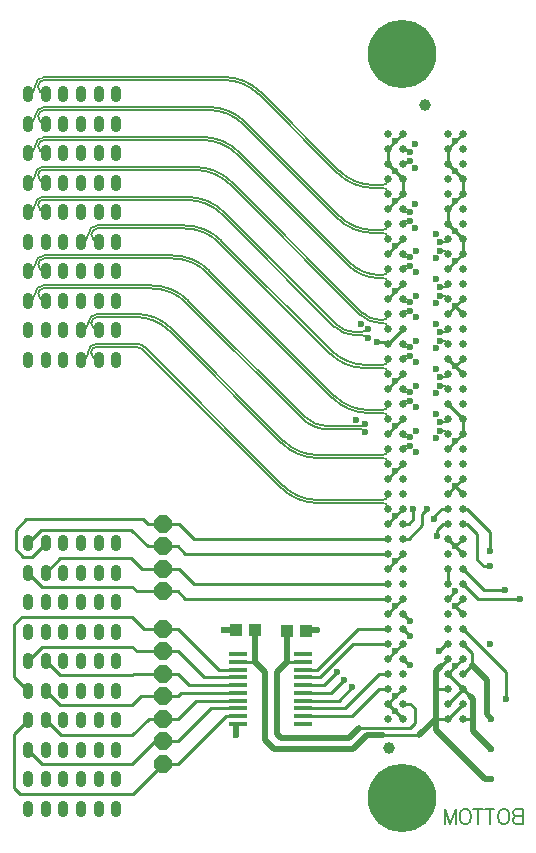
<source format=gbl>
G04 Layer_Physical_Order=4*
G04 Layer_Color=16711680*
%FSLAX24Y24*%
%MOIN*%
G70*
G01*
G75*
%ADD10C,0.0050*%
%ADD11C,0.0050*%
%ADD12P,0.0639X8X202.5*%
%ADD17C,0.0100*%
%ADD18C,0.0200*%
%ADD19C,0.0070*%
%ADD20C,0.0394*%
%ADD21O,0.0340X0.0550*%
%ADD22C,0.2283*%
%ADD23C,0.0236*%
%ADD30P,0.0639X8X22.5*%
%ADD31C,0.0252*%
%ADD32R,0.0630X0.0118*%
%ADD33R,0.0394X0.0394*%
D10*
X0Y16500D02*
G03*
X-25Y16440I60J-60D01*
G01*
X-150Y16300D02*
G03*
X-25Y16425I0J125D01*
G01*
X-1627Y16777D02*
G03*
X-475Y16300I1153J1153D01*
G01*
X-4743Y19893D02*
G03*
X-5967Y20400I-1223J-1223D01*
G01*
X-11442D02*
G03*
X-11755Y20087I0J-313D01*
G01*
X0Y12000D02*
G03*
X-25Y11940I60J-60D01*
G01*
X-150Y11800D02*
G03*
X-25Y11925I0J125D01*
G01*
X-1900Y12300D02*
G03*
X-693Y11800I1207J1207D01*
G01*
X-5543Y15943D02*
G03*
X-6767Y16450I-1223J-1223D01*
G01*
X-9683D02*
G03*
X-9983Y16150I0J-300D01*
G01*
X1975Y11060D02*
G03*
X2000Y11000I85J0D01*
G01*
X1975Y11060D02*
G03*
X1928Y11107I-47J0D01*
G01*
X0Y13500D02*
G03*
X-25Y13440I60J-60D01*
G01*
X-150Y13300D02*
G03*
X-25Y13425I0J125D01*
G01*
X-847Y13547D02*
G03*
X-250Y13300I597J597D01*
G01*
X-11505Y18400D02*
G03*
X-11755Y18150I0J-250D01*
G01*
X-5193Y17893D02*
G03*
X-6417Y18400I-1223J-1223D01*
G01*
X572Y13607D02*
G03*
X525Y13560I0J-47D01*
G01*
X0Y10500D02*
G03*
X-25Y10440I60J-60D01*
G01*
X-150Y10300D02*
G03*
X-25Y10425I0J125D01*
G01*
X-1777Y10777D02*
G03*
X-625Y10300I1153J1153D01*
G01*
X-5943Y14943D02*
G03*
X-7167Y15450I-1223J-1223D01*
G01*
X-11455D02*
G03*
X-11755Y15150I0J-300D01*
G01*
X-11984Y14920D02*
G03*
X-11755Y15150I0J230D01*
G01*
X1975Y9560D02*
G03*
X2000Y9500I85J0D01*
G01*
X1975Y9560D02*
G03*
X1928Y9607I-47J0D01*
G01*
X-6714Y13873D02*
G03*
X-7867Y14350I-1153J-1153D01*
G01*
X-11486D02*
G03*
X-11655Y14181I0J-169D01*
G01*
D02*
G03*
X-11409Y13936I245J0D01*
G01*
X-838Y9645D02*
G03*
X-850Y9650I-12J-12D01*
G01*
X-2874Y10033D02*
G03*
X-1950Y9650I924J924D01*
G01*
X1928Y15893D02*
G03*
X1975Y15940I0J47D01*
G01*
Y14060D02*
G03*
X2000Y14000I85J0D01*
G01*
X1975Y14060D02*
G03*
X1928Y14107I-47J0D01*
G01*
X0Y18000D02*
G03*
X-25Y17940I60J-60D01*
G01*
X-150Y17800D02*
G03*
X-25Y17925I0J125D01*
G01*
X-1617Y18277D02*
G03*
X-465Y17800I1153J1153D01*
G01*
X-11455Y21400D02*
G03*
X-11755Y21100I0J-300D01*
G01*
X-4233Y20893D02*
G03*
X-5457Y21400I-1223J-1223D01*
G01*
X-25Y11575D02*
G03*
X-150Y11700I-125J0D01*
G01*
X-1919Y12177D02*
G03*
X-766Y11700I1153J1153D01*
G01*
X-25Y11560D02*
G03*
X0Y11500I85J0D01*
G01*
X-9883Y16150D02*
G03*
X-9638Y15905I245J0D01*
G01*
X-9683Y16350D02*
G03*
X-9883Y16150I0J-200D01*
G01*
X-5614Y15873D02*
G03*
X-6767Y16350I-1153J-1153D01*
G01*
X572Y10607D02*
G03*
X525Y10560I0J-47D01*
G01*
X723Y18607D02*
G03*
X525Y18525I0J-280D01*
G01*
X500Y18500D02*
G03*
X594Y18512I0J365D01*
G01*
X572Y9107D02*
G03*
X525Y9060I0J-47D01*
G01*
X-25Y16075D02*
G03*
X-150Y16200I-125J0D01*
G01*
X-1698Y16707D02*
G03*
X-475Y16200I1223J1223D01*
G01*
X-25Y16060D02*
G03*
X0Y16000I85J0D01*
G01*
X-11655Y20087D02*
G03*
X-11409Y19842I245J0D01*
G01*
X-11442Y20300D02*
G03*
X-11655Y20087I0J-213D01*
G01*
X-4814Y19823D02*
G03*
X-5967Y20300I-1153J-1153D01*
G01*
X525Y12440D02*
G03*
X500Y12500I-85J0D01*
G01*
X525Y12440D02*
G03*
X572Y12393I47J0D01*
G01*
X0Y15000D02*
G03*
X-25Y14940I60J-60D01*
G01*
X-150Y14800D02*
G03*
X-25Y14925I0J125D01*
G01*
X-1289Y15230D02*
G03*
X-250Y14800I1039J1039D01*
G01*
X-4952Y18893D02*
G03*
X-6175Y19400I-1223J-1223D01*
G01*
X-11455D02*
G03*
X-11755Y19100I0J-300D01*
G01*
X-11997Y18857D02*
G03*
X-11755Y19100I0J243D01*
G01*
X525Y13940D02*
G03*
X500Y14000I-85J0D01*
G01*
X525Y13940D02*
G03*
X572Y13893I47J0D01*
G01*
X-25Y7075D02*
G03*
X-150Y7200I-125J0D01*
G01*
X-3557Y7707D02*
G03*
X-2333Y7200I1223J1223D01*
G01*
X-25Y7060D02*
G03*
X0Y7000I85J0D01*
G01*
X-8179Y12329D02*
G03*
X-8350Y12400I-171J-171D01*
G01*
X-9733D02*
G03*
X-9883Y12250I0J-150D01*
G01*
Y12213D02*
G03*
X-9638Y11968I245J0D01*
G01*
X-25Y17575D02*
G03*
X-150Y17700I-125J0D01*
G01*
X-1688Y18207D02*
G03*
X-465Y17700I1223J1223D01*
G01*
X-25Y17560D02*
G03*
X0Y17500I85J0D01*
G01*
X-11455Y21300D02*
G03*
X-11655Y21100I0J-200D01*
G01*
X-4304Y20823D02*
G03*
X-5457Y21300I-1153J-1153D01*
G01*
X-11655Y21071D02*
G03*
X-11409Y20826I245J0D01*
G01*
X525Y9440D02*
G03*
X500Y9500I-85J0D01*
G01*
X525Y9440D02*
G03*
X572Y9393I47J0D01*
G01*
Y16607D02*
G03*
X525Y16560I0J-47D01*
G01*
X1928Y14393D02*
G03*
X1975Y14440I0J47D01*
G01*
X525Y15440D02*
G03*
X500Y15500I-85J0D01*
G01*
X525Y15440D02*
G03*
X572Y15393I47J0D01*
G01*
X-25Y13075D02*
G03*
X-150Y13200I-125J0D01*
G01*
X-918Y13477D02*
G03*
X-250Y13200I668J668D01*
G01*
X-25Y13060D02*
G03*
X0Y13000I85J0D01*
G01*
X-11505Y18300D02*
G03*
X-11655Y18150I0J-150D01*
G01*
X-5264Y17823D02*
G03*
X-6417Y18300I-1153J-1153D01*
G01*
X-11655Y18118D02*
G03*
X-11409Y17873I245J0D01*
G01*
X1928Y12893D02*
G03*
X1975Y12940I0J47D01*
G01*
X-11505Y17400D02*
G03*
X-11755Y17150I0J-250D01*
G01*
X-5452Y16893D02*
G03*
X-6675Y17400I-1223J-1223D01*
G01*
X-875Y12900D02*
G03*
X-650Y12993I0J318D01*
G01*
X-1712Y13153D02*
G03*
X-1100Y12900I612J612D01*
G01*
X572Y12107D02*
G03*
X525Y12060I0J-47D01*
G01*
Y10940D02*
G03*
X500Y11000I-85J0D01*
G01*
X525Y10940D02*
G03*
X572Y10893I47J0D01*
G01*
X0Y9000D02*
G03*
X-25Y8940I60J-60D01*
G01*
X-150Y8800D02*
G03*
X-25Y8925I0J125D01*
G01*
X-3477Y9277D02*
G03*
X-2325Y8800I1153J1153D01*
G01*
X-9680Y13500D02*
G03*
X-9983Y13200I0J-303D01*
G01*
X-7234Y13034D02*
G03*
X-8359Y13500I-1124J-1124D01*
G01*
X525Y16940D02*
G03*
X500Y17000I-85J0D01*
G01*
X525Y16940D02*
G03*
X572Y16893I47J0D01*
G01*
X-25Y14575D02*
G03*
X-150Y14700I-125J0D01*
G01*
X-1330Y15130D02*
G03*
X-291Y14700I1039J1039D01*
G01*
X-25Y14560D02*
G03*
X0Y14500I85J0D01*
G01*
X-11455Y19300D02*
G03*
X-11655Y19100I0J-200D01*
G01*
X-5023Y18823D02*
G03*
X-6175Y19300I-1153J-1153D01*
G01*
X-11655Y19100D02*
G03*
X-11412Y18857I243J0D01*
G01*
X1928Y11393D02*
G03*
X1975Y11440I0J47D01*
G01*
X525Y18975D02*
G03*
X723Y18893I198J198D01*
G01*
X594Y18988D02*
G03*
X500Y19000I-94J-352D01*
G01*
X1928Y9893D02*
G03*
X1975Y9940I0J47D01*
G01*
X-6643Y13943D02*
G03*
X-7867Y14450I-1223J-1223D01*
G01*
X-11486D02*
G03*
X-11755Y14181I0J-269D01*
G01*
X-850Y9750D02*
G03*
X-838Y9755I0J17D01*
G01*
X-2804Y10104D02*
G03*
X-1950Y9750I854J854D01*
G01*
X572Y15107D02*
G03*
X525Y15060I0J-47D01*
G01*
X-25Y8575D02*
G03*
X-150Y8700I-125J0D01*
G01*
X-3548Y9207D02*
G03*
X-2325Y8700I1223J1223D01*
G01*
X-25Y8560D02*
G03*
X0Y8500I85J0D01*
G01*
X-9680Y13400D02*
G03*
X-9883Y13200I0J-203D01*
G01*
D02*
G03*
X-9883Y13197I203J-3D01*
G01*
X-7276Y12934D02*
G03*
X-8400Y13400I-1124J-1124D01*
G01*
X-9883Y13197D02*
G03*
X-9638Y12952I245J0D01*
G01*
X0Y7500D02*
G03*
X-25Y7440I60J-60D01*
G01*
X-150Y7300D02*
G03*
X-25Y7425I0J125D01*
G01*
X-3486Y7777D02*
G03*
X-2333Y7300I1153J1153D01*
G01*
X-8109Y12400D02*
G03*
X-8350Y12500I-241J-242D01*
G01*
X-9733D02*
G03*
X-9983Y12250I0J-250D01*
G01*
X1975Y12560D02*
G03*
X2000Y12500I85J0D01*
G01*
X1975Y12560D02*
G03*
X1928Y12607I-47J0D01*
G01*
X-5523Y16823D02*
G03*
X-6675Y17300I-1153J-1153D01*
G01*
X-11505D02*
G03*
X-11655Y17150I0J-150D01*
G01*
Y17134D02*
G03*
X-11409Y16889I245J0D01*
G01*
X-1783Y13083D02*
G03*
X-1100Y12800I683J683D01*
G01*
X-650Y12707D02*
G03*
X-875Y12800I-225J-225D01*
G01*
X-25Y10075D02*
G03*
X-150Y10200I-125J0D01*
G01*
X-1848Y10707D02*
G03*
X-625Y10200I1223J1223D01*
G01*
X-25Y10060D02*
G03*
X0Y10000I85J0D01*
G01*
X-11455Y15350D02*
G03*
X-11655Y15150I0J-200D01*
G01*
X-6014Y14873D02*
G03*
X-7167Y15350I-1153J-1153D01*
G01*
X-11655Y15150D02*
G03*
X-11425Y14920I230J0D01*
G01*
X1975Y15560D02*
G03*
X2000Y15500I85J0D01*
G01*
X1975Y15560D02*
G03*
X1928Y15607I-47J0D01*
G01*
X2000Y13000D02*
G03*
X1975Y12940I60J-60D01*
G01*
X-12000Y16889D02*
G03*
X-11755Y17134I0J245D01*
G01*
X-1712Y13154D02*
G03*
X-1712Y13153I612J612D01*
G01*
X500Y12000D02*
G03*
X525Y12060I-60J60D01*
G01*
X2000Y10000D02*
G03*
X1975Y9940I60J-60D01*
G01*
X-12000Y13936D02*
G03*
X-11755Y14181I0J245D01*
G01*
X-12000Y17873D02*
G03*
X-11755Y18119I0J245D01*
G01*
X500Y9000D02*
G03*
X525Y9060I-60J60D01*
G01*
X2000Y14500D02*
G03*
X1975Y14440I60J-60D01*
G01*
X2000Y16000D02*
G03*
X1975Y15940I60J-60D01*
G01*
X500Y10500D02*
G03*
X525Y10560I-60J60D01*
G01*
X500Y13500D02*
G03*
X525Y13560I-60J60D01*
G01*
X500Y15000D02*
G03*
X525Y15060I-60J60D01*
G01*
X500Y16500D02*
G03*
X525Y16560I-60J60D01*
G01*
X-12000Y20826D02*
G03*
X-11755Y21071I0J245D01*
G01*
X-12000Y19842D02*
G03*
X-11755Y20087I0J245D01*
G01*
X-10228Y15905D02*
G03*
X-9983Y16150I0J245D01*
G01*
X-9983Y13200D02*
G03*
X-9983Y13197I303J-3D01*
G01*
X-10228Y12952D02*
G03*
X-9983Y13197I0J245D01*
G01*
X-10228Y11968D02*
G03*
X-9983Y12213I0J245D01*
G01*
X2000Y11500D02*
G03*
X1975Y11440I60J-60D01*
G01*
X-25Y16425D02*
Y16440D01*
X-475Y16300D02*
X-150D01*
X-11442Y20400D02*
X-5967D01*
X-25Y11925D02*
Y11940D01*
X-693Y11800D02*
X-150D01*
X-9683Y16450D02*
X-6767D01*
X1750Y11107D02*
X1928D01*
X-5193Y17893D02*
X-847Y13547D01*
X-25Y13425D02*
Y13440D01*
X-250Y13300D02*
X-150D01*
X-11505Y18400D02*
X-6417D01*
X-11755Y18119D02*
Y18150D01*
X572Y13607D02*
X750D01*
X-25Y10425D02*
Y10440D01*
X-625Y10300D02*
X-150D01*
X-11455Y15450D02*
X-7167D01*
X-12000Y14920D02*
X-11984D01*
X1750Y9607D02*
X1928D01*
X-11486Y14350D02*
X-7867D01*
X-1950Y9650D02*
X-850D01*
X-6714Y13873D02*
X-2874Y10033D01*
X-838Y9645D02*
X-750Y9557D01*
X-838Y9645D02*
X-838Y9645D01*
X1750Y15893D02*
X1928D01*
X1750Y14107D02*
X1928D01*
X-25Y17925D02*
Y17940D01*
X-465Y17800D02*
X-150D01*
X-11455Y21400D02*
X-5457D01*
X-11755Y21071D02*
Y21100D01*
X-766Y11700D02*
X-150D01*
X-25Y11560D02*
Y11575D01*
X-9683Y16350D02*
X-6767D01*
X572Y10607D02*
X750D01*
X723Y18607D02*
X750D01*
X500Y18500D02*
X525Y18525D01*
X572Y9107D02*
X750D01*
X-475Y16200D02*
X-150D01*
X-25Y16060D02*
Y16075D01*
X-11442Y20300D02*
X-5967D01*
X572Y12393D02*
X750D01*
X-25Y14925D02*
Y14940D01*
X-250Y14800D02*
X-150D01*
X-11455Y19400D02*
X-6175D01*
X-12000Y18857D02*
X-11997D01*
X572Y13893D02*
X750D01*
X-2333Y7200D02*
X-150D01*
X-8179Y12329D02*
X-3557Y7707D01*
X-25Y7060D02*
Y7075D01*
X-9733Y12400D02*
X-8350D01*
X-9883Y12213D02*
Y12250D01*
X-465Y17700D02*
X-150D01*
X-25Y17560D02*
Y17575D01*
X-11455Y21300D02*
X-5457D01*
X-11655Y21071D02*
Y21100D01*
X572Y9393D02*
X750D01*
X572Y16607D02*
X750D01*
X1750Y14393D02*
X1928D01*
X572Y15393D02*
X750D01*
X-250Y13200D02*
X-150D01*
X-25Y13060D02*
Y13075D01*
X-11505Y18300D02*
X-6417D01*
X-11655Y18118D02*
Y18150D01*
X1750Y12893D02*
X1928D01*
X-11505Y17400D02*
X-6675D01*
X-11755Y17134D02*
Y17150D01*
X-1100Y12900D02*
X-875D01*
X572Y12107D02*
X750D01*
X572Y10893D02*
X750D01*
X-25Y8925D02*
Y8940D01*
X-2325Y8800D02*
X-150D01*
X-9680Y13500D02*
X-8359D01*
X572Y16893D02*
X750D01*
X-291Y14700D02*
X-150D01*
X-25Y14560D02*
Y14575D01*
X-11455Y19300D02*
X-6175D01*
X-11412Y18857D02*
X-11409D01*
X1750Y11393D02*
X1928D01*
X723Y18893D02*
X750D01*
X500Y19000D02*
X525Y18975D01*
X1750Y9893D02*
X1928D01*
X-11486Y14450D02*
X-7867D01*
X-838Y9755D02*
X-750Y9843D01*
X-838Y9755D02*
X-838Y9755D01*
X-1950Y9750D02*
X-850D01*
X572Y15107D02*
X750D01*
X-2325Y8700D02*
X-150D01*
X-25Y8560D02*
Y8575D01*
X-9680Y13400D02*
X-8400D01*
X-25Y7425D02*
Y7440D01*
X-8109Y12400D02*
X-3486Y7777D01*
X-2333Y7300D02*
X-150D01*
X-8109Y12400D02*
X-8109Y12400D01*
X-9733Y12500D02*
X-8350D01*
X-9983Y12213D02*
Y12250D01*
X1750Y12607D02*
X1928D01*
X-11505Y17300D02*
X-6675D01*
X-5523Y16823D02*
X-1783Y13083D01*
X-11655Y17134D02*
Y17150D01*
X-1100Y12800D02*
X-875D01*
X-625Y10200D02*
X-150D01*
X-25Y10060D02*
Y10075D01*
X-11455Y15350D02*
X-7167D01*
X-11425Y14920D02*
X-11409D01*
X1750Y15607D02*
X1928D01*
X-5452Y16893D02*
X-1712Y13154D01*
X-6643Y13943D02*
X-2804Y10104D01*
X-5023Y18823D02*
X-1330Y15130D01*
X-4952Y18893D02*
X-1289Y15230D01*
X-5264Y17823D02*
X-918Y13477D01*
X-4233Y20893D02*
X-1617Y18277D01*
X-4304Y20823D02*
X-1688Y18207D01*
X-4743Y19893D02*
X-1627Y16777D01*
X-4814Y19823D02*
X-1698Y16707D01*
X-5543Y15943D02*
X-1900Y12300D01*
X-5614Y15873D02*
X-1919Y12177D01*
X-6014Y14873D02*
X-1848Y10707D01*
X-5943Y14943D02*
X-1777Y10777D01*
X-7276Y12934D02*
X-3548Y9207D01*
X-7234Y13034D02*
X-3477Y9277D01*
D11*
X-838Y9645D02*
D03*
X-838Y9755D02*
D03*
X-8109Y12400D02*
D03*
D12*
X-7500Y-1500D02*
D03*
Y-750D02*
D03*
Y0D02*
D03*
Y750D02*
D03*
Y1500D02*
D03*
Y2250D02*
D03*
Y3000D02*
D03*
Y4250D02*
D03*
Y5000D02*
D03*
D17*
X0Y12500D02*
G03*
X-121Y12550I-121J-121D01*
G01*
X0Y12500D02*
X500Y13000D01*
X-350Y12550D02*
X-121D01*
X500Y2000D02*
X700Y1800D01*
X750D01*
X500Y3000D02*
X750Y2750D01*
X500Y3500D02*
X750Y3250D01*
X1700Y2250D02*
X1950Y2500D01*
X2000D01*
Y4000D02*
X2250Y4250D01*
Y3750D02*
X2500Y4000D01*
X2250Y3750D02*
X2500Y3500D01*
X-1196Y104D02*
X-300Y1000D01*
X-2817Y104D02*
X-1196D01*
X-1440Y360D02*
X-300Y1500D01*
X-2817Y360D02*
X-1440D01*
X-2817Y616D02*
X-1634D01*
X-1200Y1050D01*
X-2817Y872D02*
X-1878D01*
X-1450Y1300D01*
X-2817Y1128D02*
X-2122D01*
X-1700Y1550D01*
X-1000Y3000D02*
X0D01*
X-2360Y1640D02*
X-1000Y3000D01*
X-1150Y2500D02*
X0D01*
X-2266Y1384D02*
X-1150Y2500D01*
X250Y750D02*
X500Y1000D01*
X0Y500D02*
X250Y750D01*
X-7500Y5000D02*
X-6950D01*
X-6450Y4500D02*
X0D01*
X-6950Y5000D02*
X-6450Y4500D01*
X-7500Y4250D02*
X-7000D01*
X-6750Y4000D02*
X0D01*
X-7000Y4250D02*
X-6750Y4000D01*
X-2817Y1384D02*
X-2266D01*
X-2817Y1640D02*
X-2360D01*
X-300Y1500D02*
X0D01*
X-300Y1000D02*
X0D01*
X-5050Y-219D02*
X-4983Y-152D01*
X-2734Y2947D02*
Y2950D01*
X-5450D02*
Y2953D01*
X-3364Y1896D02*
X-2817D01*
X-4983D02*
X-4436D01*
X-6134Y1384D02*
X-4983D01*
X-5890Y360D02*
X-4983D01*
X-5640Y1640D02*
X-4983D01*
X-6628Y1128D02*
X-4983D01*
X-5396Y104D02*
X-4983D01*
X-6878Y872D02*
X-4983D01*
X-6384Y616D02*
X-4983D01*
X-7000Y-1500D02*
X-5396Y104D01*
X-7000Y-750D02*
X-5890Y360D01*
X-7000Y0D02*
X-6384Y616D01*
X-7000Y3000D02*
X-5640Y1640D01*
X-7000Y2250D02*
X-6134Y1384D01*
X-7000Y1500D02*
X-6628Y1128D01*
X-7000Y750D02*
X-6878Y872D01*
X-7500Y-1500D02*
X-7000D01*
X-7500Y-750D02*
X-7000D01*
X-7500Y0D02*
X-7000D01*
X-7500Y750D02*
X-7000D01*
X-7500Y3000D02*
X-7000D01*
X-7500Y2250D02*
X-7000D01*
X-7500Y1500D02*
X-7000D01*
X-6950Y6500D02*
X-6450Y6000D01*
X-7500Y6500D02*
X-6950D01*
X-6750Y5500D02*
X0D01*
X-7000Y5750D02*
X-6750Y5500D01*
X-7500Y5750D02*
X-7000D01*
X-12050Y6650D02*
X-8150D01*
X-8000Y6500D01*
X-7500D01*
X-8550Y6300D02*
X-8000Y5750D01*
X-7500D01*
X-10933Y5350D02*
X-8550D01*
X-8200Y5000D01*
X-7500D01*
X-11526Y4400D02*
X-8516D01*
X-8366Y4250D01*
X-7500D01*
X-12250Y-2500D02*
X-8500D01*
X-7500Y-1500D01*
X-11531D02*
X-8516D01*
X-7766Y-750D01*
X-7500D01*
X-10907Y-550D02*
X-8516D01*
X-7966Y0D01*
X-7500D01*
X-10922Y450D02*
X-8516D01*
X-8216Y750D01*
X-7500D01*
X-10938Y1450D02*
X-8516D01*
X-8466Y1500D01*
X-7500D01*
X-11521Y2400D02*
X-8516D01*
X-8366Y2250D01*
X-7500D01*
X-12200Y3400D02*
X-8516D01*
X-8116Y3000D01*
X-7500D01*
X-12450Y3150D02*
X-12200Y3400D01*
X-12450Y1387D02*
Y3150D01*
Y1387D02*
X-12000Y937D01*
Y1921D02*
X-11521Y2400D01*
X-11409Y1921D02*
X-10938Y1450D01*
X-11409Y937D02*
X-10922Y450D01*
X-11409Y-47D02*
X-10907Y-550D01*
X-12450Y-2300D02*
X-12250Y-2500D01*
X-12450Y-2300D02*
Y-497D01*
X-12000Y-47D01*
Y-1032D02*
X-11531Y-1500D01*
X-6450Y6000D02*
X0D01*
X-11558Y6300D02*
X-8550D01*
X-12400D02*
X-12050Y6650D01*
X-12400Y5650D02*
Y6300D01*
Y5650D02*
X-12150Y5400D01*
X-11868D01*
X-11409Y5858D01*
X-12000D02*
X-11558Y6300D01*
X-12000Y4874D02*
X-11526Y4400D01*
X-11409Y4874D02*
X-10933Y5350D01*
X250Y250D02*
X500Y0D01*
X0Y500D02*
X250Y250D01*
Y2250D02*
X500Y2500D01*
X0Y2000D02*
X250Y2250D01*
Y3750D02*
X500Y4000D01*
X0Y3500D02*
X250Y3750D01*
X2250Y15250D02*
X2500Y15500D01*
X2000Y15000D02*
X2250Y15250D01*
Y16250D02*
X2500Y16000D01*
X2000Y16500D02*
X2250Y16250D01*
Y17250D02*
X2500Y17500D01*
X2000Y17000D02*
X2250Y17250D01*
Y18250D02*
X2500Y18000D01*
X2000Y18500D02*
X2250Y18250D01*
X250Y17250D02*
X500Y17500D01*
X0Y17000D02*
X250Y17250D01*
Y18250D02*
X500Y18000D01*
X0Y18500D02*
X250Y18250D01*
X500Y17500D02*
Y18000D01*
X0Y18500D02*
Y19000D01*
Y11000D02*
X250Y11250D01*
X500Y11500D01*
X0Y14000D02*
X250Y14250D01*
X500Y14500D01*
X0Y15500D02*
X250Y15750D01*
X500Y16000D01*
X0Y19000D02*
X250Y19250D01*
X500Y19500D01*
X0Y8000D02*
X250Y8250D01*
X500Y8500D01*
X0Y6500D02*
X250Y6750D01*
X500Y7000D01*
X0Y5000D02*
X250Y5250D01*
X500Y5500D01*
X2000Y0D02*
X2500Y500D01*
X2000D02*
X2500Y1000D01*
X2000Y1500D02*
X2500Y1000D01*
Y1500D02*
X2800Y1800D01*
Y2200D01*
X2500Y2500D02*
X2800Y2200D01*
X2000Y4500D02*
Y5000D01*
X2250Y7750D02*
X2500Y7500D01*
X2000D02*
X2250Y7750D01*
X2500Y8000D01*
Y9500D02*
Y10000D01*
X2000Y10500D02*
X2500Y10000D01*
X2250Y11750D02*
X2500Y12000D01*
X2000D02*
X2250Y11750D01*
X2500Y11500D01*
X2250Y13750D02*
X2500Y13500D01*
X2000D02*
X2250Y13750D01*
X2500Y14000D01*
Y15500D02*
Y16000D01*
X2000Y16500D02*
Y17000D01*
X2500Y17500D02*
Y18000D01*
X2000Y18500D02*
Y19000D01*
X2250Y19250D01*
X2500Y19500D01*
X2000Y9000D02*
X2250Y9250D01*
X2500Y9500D01*
X2000Y1500D02*
X2250Y1750D01*
X2500Y2000D01*
X2250Y5750D02*
X2500Y6000D01*
X2000D02*
X2250Y5750D01*
X2500Y5500D01*
X0Y9500D02*
X250Y9750D01*
X500Y10000D01*
X1775Y1775D02*
X2000Y2000D01*
X1599Y0D02*
X2000D01*
X1600Y1000D02*
X2000D01*
X-159Y-549D02*
X1050D01*
X500Y500D02*
X750D01*
X900Y350D01*
X-950Y-300D02*
X750D01*
X900Y-150D01*
Y350D01*
X3950Y650D02*
Y1550D01*
X2500Y3000D02*
X3950Y1550D01*
X2500Y1000D02*
X2725Y775D01*
X2500Y0D02*
X2800D01*
Y700D01*
X2500Y4500D02*
X3000Y4000D01*
X4400D01*
X2500Y5000D02*
X3200Y4300D01*
X3900D01*
X1150Y6835D02*
X1314Y7000D01*
X2990Y5310D02*
X3200Y5100D01*
X3400D01*
X1850Y6500D02*
X2000D01*
X1650Y6300D02*
X1850Y6500D01*
X1650Y6100D02*
Y6300D01*
X500Y6500D02*
X700D01*
X850Y6650D01*
Y7000D01*
X500Y6000D02*
X700D01*
X1150Y6450D01*
Y6835D01*
X1550Y6650D02*
Y6750D01*
X1800Y7000D01*
X2000D01*
X2500Y6500D02*
X2650D01*
X2990Y6160D01*
Y5310D02*
Y6160D01*
X2500Y7000D02*
X2640D01*
X3400Y6240D01*
Y5585D02*
Y6240D01*
D18*
X-2734Y2950D02*
X-2350D01*
X-5450Y2953D02*
X-5066D01*
X-5050Y-550D02*
Y-219D01*
X-3364Y1896D02*
Y2947D01*
X-4436Y1896D02*
X-4100Y1559D01*
Y350D02*
Y1559D01*
Y-700D02*
Y350D01*
Y-700D02*
X-3800Y-1000D01*
X-1150D01*
X-700Y-550D01*
X-4436Y1896D02*
Y2953D01*
X-1300Y-650D02*
X-950Y-300D01*
X-3550Y-650D02*
X-1300D01*
X-3700Y-500D02*
X-3550Y-650D01*
X-3700Y1559D02*
X-3364Y1896D01*
X-3700Y-500D02*
Y350D01*
Y1559D01*
X-700Y-550D02*
X-159D01*
X1600Y1600D02*
X1775Y1775D01*
X1050Y-549D02*
X1599Y0D01*
X1600Y1D02*
Y1000D01*
Y1600D01*
X2800Y1800D02*
X3300Y1300D01*
Y150D02*
Y1300D01*
X1599Y-359D02*
Y0D01*
X2850Y-400D02*
Y650D01*
X2725Y775D02*
X2800Y700D01*
X2850Y650D01*
X3300Y150D02*
X3450Y0D01*
X2850Y-400D02*
X3450Y-1000D01*
X1599Y-359D02*
X3240Y-2000D01*
X3450D01*
D19*
X4500Y-3000D02*
Y-3500D01*
Y-3000D02*
X4286D01*
X4214Y-3024D01*
X4191Y-3048D01*
X4167Y-3095D01*
Y-3143D01*
X4191Y-3191D01*
X4214Y-3214D01*
X4286Y-3238D01*
X4500D02*
X4286D01*
X4214Y-3262D01*
X4191Y-3286D01*
X4167Y-3333D01*
Y-3405D01*
X4191Y-3452D01*
X4214Y-3476D01*
X4286Y-3500D01*
X4500D01*
X3912Y-3000D02*
X3960Y-3024D01*
X4007Y-3072D01*
X4031Y-3119D01*
X4055Y-3191D01*
Y-3310D01*
X4031Y-3381D01*
X4007Y-3429D01*
X3960Y-3476D01*
X3912Y-3500D01*
X3817D01*
X3769Y-3476D01*
X3722Y-3429D01*
X3698Y-3381D01*
X3674Y-3310D01*
Y-3191D01*
X3698Y-3119D01*
X3722Y-3072D01*
X3769Y-3024D01*
X3817Y-3000D01*
X3912D01*
X3391D02*
Y-3500D01*
X3557Y-3000D02*
X3224D01*
X2998D02*
Y-3500D01*
X3165Y-3000D02*
X2831D01*
X2629D02*
X2677Y-3024D01*
X2724Y-3072D01*
X2748Y-3119D01*
X2772Y-3191D01*
Y-3310D01*
X2748Y-3381D01*
X2724Y-3429D01*
X2677Y-3476D01*
X2629Y-3500D01*
X2534D01*
X2486Y-3476D01*
X2439Y-3429D01*
X2415Y-3381D01*
X2391Y-3310D01*
Y-3191D01*
X2415Y-3119D01*
X2439Y-3072D01*
X2486Y-3024D01*
X2534Y-3000D01*
X2629D01*
X2274D02*
Y-3500D01*
Y-3000D02*
X2084Y-3500D01*
X1893Y-3000D02*
X2084Y-3500D01*
X1893Y-3000D02*
Y-3500D01*
D20*
X1250Y20455D02*
D03*
X50Y-955D02*
D03*
D21*
X-12000Y5858D02*
D03*
Y4874D02*
D03*
Y3890D02*
D03*
Y2906D02*
D03*
Y1921D02*
D03*
Y937D02*
D03*
Y-47D02*
D03*
Y-1032D02*
D03*
Y-2016D02*
D03*
Y-3000D02*
D03*
X-11409D02*
D03*
Y-2016D02*
D03*
Y-1032D02*
D03*
Y-47D02*
D03*
Y937D02*
D03*
Y1921D02*
D03*
Y2906D02*
D03*
Y3890D02*
D03*
Y4874D02*
D03*
Y5858D02*
D03*
X-10819Y-3000D02*
D03*
Y-2016D02*
D03*
Y-1032D02*
D03*
Y-47D02*
D03*
Y937D02*
D03*
Y1921D02*
D03*
Y2906D02*
D03*
Y3890D02*
D03*
Y4874D02*
D03*
Y5858D02*
D03*
X-10228Y-3000D02*
D03*
Y-2016D02*
D03*
Y-1032D02*
D03*
Y-47D02*
D03*
Y937D02*
D03*
Y1921D02*
D03*
Y2906D02*
D03*
Y3890D02*
D03*
Y4874D02*
D03*
Y5858D02*
D03*
X-9638Y-3000D02*
D03*
Y-2016D02*
D03*
Y-1032D02*
D03*
Y-47D02*
D03*
Y937D02*
D03*
Y1921D02*
D03*
Y2906D02*
D03*
Y3890D02*
D03*
Y4874D02*
D03*
Y5858D02*
D03*
X-9047Y-3000D02*
D03*
Y-2016D02*
D03*
Y-1032D02*
D03*
Y-47D02*
D03*
Y937D02*
D03*
Y1921D02*
D03*
Y2906D02*
D03*
Y3890D02*
D03*
Y4874D02*
D03*
Y5858D02*
D03*
X-12000Y19842D02*
D03*
Y17873D02*
D03*
Y16889D02*
D03*
Y15905D02*
D03*
Y14920D02*
D03*
Y13936D02*
D03*
Y12952D02*
D03*
Y11968D02*
D03*
X-11409D02*
D03*
Y12952D02*
D03*
Y13936D02*
D03*
Y14920D02*
D03*
Y15905D02*
D03*
Y16889D02*
D03*
Y17873D02*
D03*
Y19842D02*
D03*
Y20826D02*
D03*
X-10819Y11968D02*
D03*
Y12952D02*
D03*
Y13936D02*
D03*
Y14920D02*
D03*
Y15905D02*
D03*
Y16889D02*
D03*
Y17873D02*
D03*
Y18857D02*
D03*
Y19842D02*
D03*
Y20826D02*
D03*
X-10228Y11968D02*
D03*
Y12952D02*
D03*
Y13936D02*
D03*
Y14920D02*
D03*
Y15905D02*
D03*
Y16889D02*
D03*
Y17873D02*
D03*
Y18857D02*
D03*
Y19842D02*
D03*
X-9638Y11968D02*
D03*
Y12952D02*
D03*
Y13936D02*
D03*
Y14920D02*
D03*
Y15905D02*
D03*
Y16889D02*
D03*
Y17873D02*
D03*
Y18857D02*
D03*
Y19842D02*
D03*
X-9047Y11968D02*
D03*
Y12952D02*
D03*
Y13936D02*
D03*
Y14920D02*
D03*
Y15905D02*
D03*
Y16889D02*
D03*
Y17873D02*
D03*
Y18857D02*
D03*
Y19842D02*
D03*
Y20826D02*
D03*
X-12000D02*
D03*
X-9638D02*
D03*
X-10228D02*
D03*
X-11409Y18857D02*
D03*
X-12000D02*
D03*
D22*
X463Y22155D02*
D03*
Y-2648D02*
D03*
D23*
X1750Y12607D02*
D03*
X-650Y12707D02*
D03*
X1750Y12893D02*
D03*
X-650Y12993D02*
D03*
X-350Y12550D02*
D03*
X750Y12107D02*
D03*
Y12393D02*
D03*
X1750Y9893D02*
D03*
Y9607D02*
D03*
X-750Y9557D02*
D03*
Y9843D02*
D03*
X3400Y2484D02*
D03*
X1700Y2250D02*
D03*
X2250Y3750D02*
D03*
Y4250D02*
D03*
X750Y2750D02*
D03*
Y1800D02*
D03*
Y3250D02*
D03*
X-1200Y1050D02*
D03*
X-1450Y1300D02*
D03*
X-1700Y1550D02*
D03*
X-5050Y-550D02*
D03*
X-5450Y2950D02*
D03*
X750Y9393D02*
D03*
Y9107D02*
D03*
X1750Y14107D02*
D03*
Y14393D02*
D03*
X-900Y13150D02*
D03*
X1600Y11650D02*
D03*
Y10850D02*
D03*
X950Y11100D02*
D03*
Y10400D02*
D03*
X1600Y10150D02*
D03*
Y9350D02*
D03*
X950Y9600D02*
D03*
Y8900D02*
D03*
X-1050Y9950D02*
D03*
X1750Y15893D02*
D03*
Y15607D02*
D03*
X1600Y14650D02*
D03*
Y13850D02*
D03*
Y13150D02*
D03*
Y12350D02*
D03*
X950Y14100D02*
D03*
Y13400D02*
D03*
Y11900D02*
D03*
Y12600D02*
D03*
X1600Y16150D02*
D03*
Y15350D02*
D03*
X750Y16893D02*
D03*
Y16607D02*
D03*
Y15107D02*
D03*
Y15393D02*
D03*
Y13607D02*
D03*
Y13893D02*
D03*
Y10607D02*
D03*
Y10893D02*
D03*
X250Y3750D02*
D03*
Y2250D02*
D03*
Y250D02*
D03*
X-2350Y2950D02*
D03*
X950Y15600D02*
D03*
Y14900D02*
D03*
X900Y17150D02*
D03*
Y19150D02*
D03*
X250Y750D02*
D03*
X900Y18350D02*
D03*
Y16350D02*
D03*
X2250Y15250D02*
D03*
Y16250D02*
D03*
Y17250D02*
D03*
Y18250D02*
D03*
X250Y17250D02*
D03*
Y18250D02*
D03*
Y11250D02*
D03*
Y14250D02*
D03*
Y15750D02*
D03*
Y19250D02*
D03*
Y8250D02*
D03*
Y6750D02*
D03*
Y5250D02*
D03*
X2250Y19250D02*
D03*
Y13750D02*
D03*
Y11750D02*
D03*
Y9250D02*
D03*
Y7750D02*
D03*
Y1750D02*
D03*
Y5750D02*
D03*
X-3700Y350D02*
D03*
X-4100D02*
D03*
X1750Y11107D02*
D03*
Y11393D02*
D03*
X250Y9750D02*
D03*
X3950Y650D02*
D03*
X3450Y0D02*
D03*
Y-1000D02*
D03*
Y-2000D02*
D03*
X4400Y4000D02*
D03*
X3900Y4300D02*
D03*
X3400Y5585D02*
D03*
X3400Y5100D02*
D03*
X1650Y6100D02*
D03*
X1314Y7000D02*
D03*
X850Y7000D02*
D03*
X1550Y6650D02*
D03*
X750Y18607D02*
D03*
Y18893D02*
D03*
D30*
X-7500Y5750D02*
D03*
Y6500D02*
D03*
D31*
X2500Y19500D02*
D03*
Y19000D02*
D03*
Y18500D02*
D03*
Y18000D02*
D03*
Y17500D02*
D03*
Y17000D02*
D03*
Y16500D02*
D03*
Y16000D02*
D03*
Y15500D02*
D03*
Y15000D02*
D03*
Y14500D02*
D03*
Y14000D02*
D03*
Y13500D02*
D03*
Y13000D02*
D03*
Y12500D02*
D03*
Y12000D02*
D03*
Y11500D02*
D03*
Y11000D02*
D03*
Y10500D02*
D03*
Y10000D02*
D03*
Y9500D02*
D03*
Y9000D02*
D03*
Y8500D02*
D03*
Y8000D02*
D03*
Y7500D02*
D03*
Y7000D02*
D03*
Y6500D02*
D03*
Y6000D02*
D03*
Y5500D02*
D03*
Y5000D02*
D03*
Y4500D02*
D03*
Y4000D02*
D03*
Y3500D02*
D03*
Y3000D02*
D03*
Y2500D02*
D03*
Y2000D02*
D03*
Y1500D02*
D03*
Y1000D02*
D03*
Y500D02*
D03*
Y0D02*
D03*
X2000Y19500D02*
D03*
Y19000D02*
D03*
Y18500D02*
D03*
Y18000D02*
D03*
Y17500D02*
D03*
Y17000D02*
D03*
Y16500D02*
D03*
Y16000D02*
D03*
Y15500D02*
D03*
Y15000D02*
D03*
Y14500D02*
D03*
Y14000D02*
D03*
Y13500D02*
D03*
Y13000D02*
D03*
Y12500D02*
D03*
Y12000D02*
D03*
Y11500D02*
D03*
Y11000D02*
D03*
Y10500D02*
D03*
Y10000D02*
D03*
Y9500D02*
D03*
Y9000D02*
D03*
Y8500D02*
D03*
Y8000D02*
D03*
Y7500D02*
D03*
Y7000D02*
D03*
Y6500D02*
D03*
Y6000D02*
D03*
Y5500D02*
D03*
Y5000D02*
D03*
Y4500D02*
D03*
Y4000D02*
D03*
Y3500D02*
D03*
Y3000D02*
D03*
Y2500D02*
D03*
Y2000D02*
D03*
Y1500D02*
D03*
Y1000D02*
D03*
Y500D02*
D03*
Y0D02*
D03*
X500Y19500D02*
D03*
Y19000D02*
D03*
Y18500D02*
D03*
Y18000D02*
D03*
Y17500D02*
D03*
Y17000D02*
D03*
Y16500D02*
D03*
Y16000D02*
D03*
Y15500D02*
D03*
Y15000D02*
D03*
Y14500D02*
D03*
Y14000D02*
D03*
Y13500D02*
D03*
Y13000D02*
D03*
Y12500D02*
D03*
Y12000D02*
D03*
Y11500D02*
D03*
Y11000D02*
D03*
Y10500D02*
D03*
Y10000D02*
D03*
Y9500D02*
D03*
Y9000D02*
D03*
Y8500D02*
D03*
Y8000D02*
D03*
Y7500D02*
D03*
Y7000D02*
D03*
Y6500D02*
D03*
Y6000D02*
D03*
Y5500D02*
D03*
Y5000D02*
D03*
Y4500D02*
D03*
Y4000D02*
D03*
Y3500D02*
D03*
Y3000D02*
D03*
Y2500D02*
D03*
Y2000D02*
D03*
Y1500D02*
D03*
Y1000D02*
D03*
Y500D02*
D03*
Y0D02*
D03*
X0Y19500D02*
D03*
Y19000D02*
D03*
Y18500D02*
D03*
Y18000D02*
D03*
Y17500D02*
D03*
Y17000D02*
D03*
Y16500D02*
D03*
Y16000D02*
D03*
Y15500D02*
D03*
Y15000D02*
D03*
Y14500D02*
D03*
Y14000D02*
D03*
Y13500D02*
D03*
Y13000D02*
D03*
Y12500D02*
D03*
Y12000D02*
D03*
Y11500D02*
D03*
Y11000D02*
D03*
Y10500D02*
D03*
Y10000D02*
D03*
Y9500D02*
D03*
Y9000D02*
D03*
Y8500D02*
D03*
Y8000D02*
D03*
Y7500D02*
D03*
Y7000D02*
D03*
Y6500D02*
D03*
Y6000D02*
D03*
Y5500D02*
D03*
Y5000D02*
D03*
Y4500D02*
D03*
Y4000D02*
D03*
Y3500D02*
D03*
Y3000D02*
D03*
Y2500D02*
D03*
Y2000D02*
D03*
Y1500D02*
D03*
Y1000D02*
D03*
Y500D02*
D03*
Y0D02*
D03*
D32*
X-2817Y2152D02*
D03*
Y1896D02*
D03*
Y1640D02*
D03*
Y1384D02*
D03*
Y1128D02*
D03*
Y872D02*
D03*
Y616D02*
D03*
Y360D02*
D03*
Y104D02*
D03*
Y-152D02*
D03*
X-4983Y2152D02*
D03*
Y1896D02*
D03*
Y1640D02*
D03*
Y1384D02*
D03*
Y1128D02*
D03*
Y872D02*
D03*
Y616D02*
D03*
Y360D02*
D03*
Y104D02*
D03*
Y-152D02*
D03*
D33*
X-2734Y2947D02*
D03*
X-3364D02*
D03*
X-5066Y2953D02*
D03*
X-4436D02*
D03*
M02*

</source>
